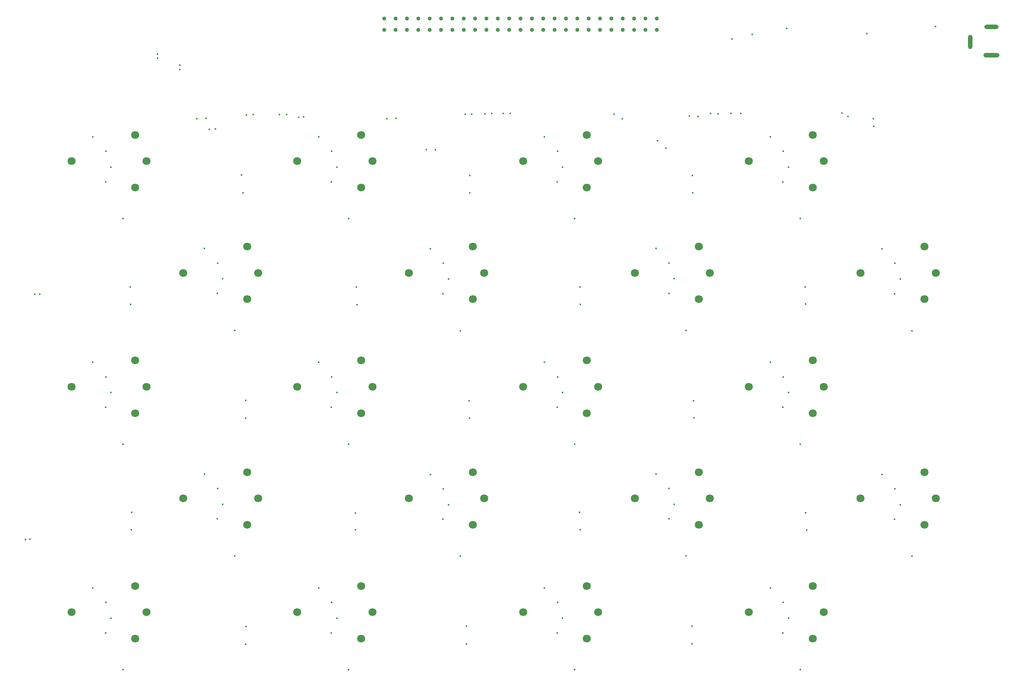
<source format=gbr>
%TF.GenerationSoftware,KiCad,Pcbnew,7.0.2*%
%TF.CreationDate,2023-08-30T10:53:37+01:00*%
%TF.ProjectId,Air quality project,41697220-7175-4616-9c69-74792070726f,rev?*%
%TF.SameCoordinates,Original*%
%TF.FileFunction,Plated,1,2,PTH,Mixed*%
%TF.FilePolarity,Positive*%
%FSLAX46Y46*%
G04 Gerber Fmt 4.6, Leading zero omitted, Abs format (unit mm)*
G04 Created by KiCad (PCBNEW 7.0.2) date 2023-08-30 10:53:37*
%MOMM*%
%LPD*%
G01*
G04 APERTURE LIST*
%TA.AperFunction,ViaDrill*%
%ADD10C,0.400000*%
%TD*%
%TA.AperFunction,ComponentDrill*%
%ADD11C,0.889000*%
%TD*%
G04 aperture for slot hole*
%TA.AperFunction,ComponentDrill*%
%ADD12O,1.000000X3.200000*%
%TD*%
G04 aperture for slot hole*
%TA.AperFunction,ComponentDrill*%
%ADD13O,3.200000X1.000000*%
%TD*%
G04 aperture for slot hole*
%TA.AperFunction,ComponentDrill*%
%ADD14O,3.600000X1.000000*%
%TD*%
%TA.AperFunction,ComponentDrill*%
%ADD15C,1.803400*%
%TD*%
G04 APERTURE END LIST*
D10*
X34680000Y-142700000D03*
X35676995Y-142629240D03*
X36780000Y-87760000D03*
X37920000Y-87770000D03*
X49790000Y-52530000D03*
X49790000Y-103030000D03*
X49790000Y-153530000D03*
X52650000Y-62580000D03*
X52650000Y-113080000D03*
X52650000Y-163580000D03*
X52720000Y-55770000D03*
X52720000Y-106270000D03*
X52720000Y-156770000D03*
X53865048Y-59315048D03*
X53865048Y-109815048D03*
X53865048Y-160315048D03*
X56526000Y-70866000D03*
X56526000Y-121366000D03*
X56526000Y-171866000D03*
X58170000Y-86120000D03*
X58250000Y-90050000D03*
X58430000Y-140547652D03*
X58470000Y-136617652D03*
X64207681Y-33960574D03*
X64220000Y-34960000D03*
X69280000Y-36460000D03*
X69280000Y-37459503D03*
X73090000Y-48440000D03*
X74744695Y-77537652D03*
X74744695Y-128037652D03*
X75080000Y-48420000D03*
X75820000Y-50830000D03*
X77160000Y-50790000D03*
X77604695Y-87587652D03*
X77604695Y-138087652D03*
X77674695Y-80777652D03*
X77674695Y-131277652D03*
X78819743Y-84322700D03*
X78819743Y-134822700D03*
X81480695Y-95873652D03*
X81480695Y-146373652D03*
X83080500Y-61110000D03*
X83360000Y-65040000D03*
X83990000Y-111550000D03*
X83990000Y-115510000D03*
X83990000Y-166150000D03*
X84060000Y-162150000D03*
X84120000Y-47610000D03*
X85710000Y-47530000D03*
X91480000Y-47540000D03*
X93160000Y-47560000D03*
X95810000Y-48100000D03*
X96904808Y-48029790D03*
X100290000Y-52530000D03*
X100290000Y-103030000D03*
X100290000Y-153530000D03*
X103150000Y-62580000D03*
X103150000Y-113080000D03*
X103150000Y-163580000D03*
X103220000Y-55770000D03*
X103220000Y-106270000D03*
X103220000Y-156770000D03*
X104365048Y-59315048D03*
X104365048Y-109815048D03*
X104365048Y-160315048D03*
X107026000Y-70866000D03*
X107026000Y-121366000D03*
X107026000Y-171866000D03*
X108560000Y-136780000D03*
X108570000Y-140550000D03*
X108670000Y-86150000D03*
X108830000Y-90120000D03*
X115570000Y-48500000D03*
X117570000Y-48420000D03*
X124320000Y-55410000D03*
X125259695Y-77605000D03*
X125259695Y-128105000D03*
X126400000Y-55410000D03*
X128119695Y-87655000D03*
X128119695Y-138155000D03*
X128189695Y-80845000D03*
X128189695Y-131345000D03*
X129334743Y-84390048D03*
X129334743Y-134890048D03*
X131995695Y-95941000D03*
X131995695Y-146441000D03*
X133100000Y-47470000D03*
X133300000Y-166040000D03*
X133320000Y-162110000D03*
X133920000Y-111610000D03*
X134030000Y-115540000D03*
X134090000Y-61140000D03*
X134130000Y-65100000D03*
X134510000Y-47450000D03*
X137520000Y-47370000D03*
X139040000Y-47300000D03*
X141590000Y-47270000D03*
X143160000Y-47270000D03*
X150790000Y-52530000D03*
X150790000Y-103030000D03*
X150790000Y-153530000D03*
X153650000Y-62580000D03*
X153650000Y-113080000D03*
X153650000Y-163580000D03*
X153720000Y-55770000D03*
X153720000Y-106270000D03*
X153720000Y-156770000D03*
X154865048Y-59315048D03*
X154865048Y-109815048D03*
X154865048Y-160315048D03*
X157526000Y-70866000D03*
X157526000Y-121366000D03*
X157526000Y-171866000D03*
X158620000Y-136600000D03*
X158740000Y-86140000D03*
X158800000Y-140550000D03*
X158810000Y-90030000D03*
X166320000Y-47460000D03*
X168230000Y-48460000D03*
X175744695Y-77537652D03*
X175744695Y-128037652D03*
X176120000Y-53400000D03*
X177970000Y-55120000D03*
X178604695Y-87587652D03*
X178604695Y-138087652D03*
X178674695Y-80777652D03*
X178674695Y-131277652D03*
X179819743Y-84322700D03*
X179819743Y-134822700D03*
X182480695Y-95873652D03*
X182480695Y-146373652D03*
X183230000Y-47920000D03*
X183770000Y-162110000D03*
X183830000Y-166060000D03*
X183920000Y-61150000D03*
X183950000Y-65070000D03*
X184110000Y-111610000D03*
X184240000Y-115480000D03*
X185150000Y-47990000D03*
X187930000Y-47330000D03*
X189630000Y-47360000D03*
X192510000Y-47290000D03*
X192810000Y-30600000D03*
X194700000Y-47290000D03*
X197220000Y-29630000D03*
X201290000Y-52530000D03*
X201290000Y-103030000D03*
X201290000Y-153530000D03*
X204150000Y-62580000D03*
X204150000Y-113080000D03*
X204150000Y-163580000D03*
X204220000Y-55770000D03*
X204220000Y-106270000D03*
X204220000Y-156770000D03*
X204970000Y-28210000D03*
X205365048Y-59315048D03*
X205365048Y-109815048D03*
X205365048Y-160315048D03*
X208026000Y-70866000D03*
X208026000Y-121366000D03*
X208026000Y-171866000D03*
X209125000Y-86185000D03*
X209210000Y-89960000D03*
X209230000Y-136690000D03*
X209425000Y-140615000D03*
X217330000Y-47200000D03*
X218710000Y-47960000D03*
X222950000Y-29430000D03*
X224390000Y-48480000D03*
X224405000Y-50175000D03*
X226259695Y-77605000D03*
X226259695Y-128105000D03*
X229119695Y-87655000D03*
X229119695Y-138155000D03*
X229189695Y-80845000D03*
X229189695Y-131345000D03*
X230334743Y-84390048D03*
X230334743Y-134890048D03*
X232995695Y-95941000D03*
X232995695Y-146441000D03*
X238220000Y-27780000D03*
D11*
%TO.C,J2*%
X115000000Y-26000000D03*
X115000000Y-28540000D03*
X117540000Y-26000000D03*
X117540000Y-28540000D03*
X120080000Y-26000000D03*
X120080000Y-28540000D03*
X122620000Y-26000000D03*
X122620000Y-28540000D03*
X125160000Y-26000000D03*
X125160000Y-28540000D03*
X127700000Y-26000000D03*
X127700000Y-28540000D03*
X130240000Y-26000000D03*
X130240000Y-28540000D03*
X132780000Y-26000000D03*
X132780000Y-28540000D03*
X135320000Y-26000000D03*
X135320000Y-28540000D03*
X137860000Y-26000000D03*
X137860000Y-28540000D03*
X140400000Y-26000000D03*
X140400000Y-28540000D03*
X142940000Y-26000000D03*
X142940000Y-28540000D03*
X145480000Y-26000000D03*
X145480000Y-28540000D03*
X148020000Y-26000000D03*
X148020000Y-28540000D03*
X150560000Y-26000000D03*
X150560000Y-28540000D03*
X153100000Y-26000000D03*
X153100000Y-28540000D03*
X155640000Y-26000000D03*
X155640000Y-28540000D03*
X158180000Y-26000000D03*
X158180000Y-28540000D03*
X160720000Y-26000000D03*
X160720000Y-28540000D03*
X163260000Y-26000000D03*
X163260000Y-28540000D03*
X165800000Y-26000000D03*
X165800000Y-28540000D03*
X168340000Y-26000000D03*
X168340000Y-28540000D03*
X170880000Y-26000000D03*
X170880000Y-28540000D03*
X173420000Y-26000000D03*
X173420000Y-28540000D03*
X175960000Y-26000000D03*
X175960000Y-28540000D03*
D12*
%TO.C,J1*%
X246000000Y-31310000D03*
D13*
X250800000Y-27910000D03*
D14*
X250800000Y-34210000D03*
D15*
%TO.C,P1*%
X45000000Y-58000001D03*
%TO.C,P2*%
X45000000Y-108500001D03*
%TO.C,P3*%
X45000000Y-159000001D03*
%TO.C,P1*%
X59280000Y-52100001D03*
X59280000Y-63900001D03*
%TO.C,P2*%
X59280000Y-102600001D03*
X59280000Y-114400001D03*
%TO.C,P3*%
X59280000Y-153100001D03*
X59280000Y-164900001D03*
%TO.C,P1*%
X61800000Y-58000001D03*
%TO.C,P2*%
X61800000Y-108500001D03*
%TO.C,P3*%
X61800000Y-159000001D03*
%TO.C,P4*%
X70000000Y-83000001D03*
%TO.C,P5*%
X70000000Y-133500001D03*
%TO.C,P4*%
X84280000Y-77100001D03*
X84280000Y-88900001D03*
%TO.C,P5*%
X84280000Y-127600001D03*
X84280000Y-139400001D03*
%TO.C,P4*%
X86800000Y-83000001D03*
%TO.C,P5*%
X86800000Y-133500001D03*
%TO.C,P6*%
X95500000Y-58000001D03*
%TO.C,P7*%
X95500000Y-108500001D03*
%TO.C,P8*%
X95500000Y-159000001D03*
%TO.C,P6*%
X109780000Y-52100001D03*
X109780000Y-63900001D03*
%TO.C,P7*%
X109780000Y-102600001D03*
X109780000Y-114400001D03*
%TO.C,P8*%
X109780000Y-153100001D03*
X109780000Y-164900001D03*
%TO.C,P6*%
X112300000Y-58000001D03*
%TO.C,P7*%
X112300000Y-108500001D03*
%TO.C,P8*%
X112300000Y-159000001D03*
%TO.C,P9*%
X120500000Y-83000001D03*
%TO.C,P10*%
X120500000Y-133500001D03*
%TO.C,P9*%
X134780000Y-77100001D03*
X134780000Y-88900001D03*
%TO.C,P10*%
X134780000Y-127600001D03*
X134780000Y-139400001D03*
%TO.C,P9*%
X137300000Y-83000001D03*
%TO.C,P10*%
X137300000Y-133500001D03*
%TO.C,P11*%
X146000000Y-58000001D03*
%TO.C,P12*%
X146000000Y-108500001D03*
%TO.C,P13*%
X146000000Y-159000001D03*
%TO.C,P11*%
X160280000Y-52100001D03*
X160280000Y-63900001D03*
%TO.C,P12*%
X160280000Y-102600001D03*
X160280000Y-114400001D03*
%TO.C,P13*%
X160280000Y-153100001D03*
X160280000Y-164900001D03*
%TO.C,P11*%
X162800000Y-58000001D03*
%TO.C,P12*%
X162800000Y-108500001D03*
%TO.C,P13*%
X162800000Y-159000001D03*
%TO.C,P14*%
X171000000Y-83000001D03*
%TO.C,P15*%
X171000000Y-133500001D03*
%TO.C,P14*%
X185280000Y-77100001D03*
X185280000Y-88900001D03*
%TO.C,P15*%
X185280000Y-127600001D03*
X185280000Y-139400001D03*
%TO.C,P14*%
X187800000Y-83000001D03*
%TO.C,P15*%
X187800000Y-133500001D03*
%TO.C,P16*%
X196500000Y-58000001D03*
%TO.C,P17*%
X196500000Y-108500001D03*
%TO.C,P18*%
X196500000Y-159000001D03*
%TO.C,P16*%
X210780000Y-52100001D03*
X210780000Y-63900001D03*
%TO.C,P17*%
X210780000Y-102600001D03*
X210780000Y-114400001D03*
%TO.C,P18*%
X210780000Y-153100001D03*
X210780000Y-164900001D03*
%TO.C,P16*%
X213300000Y-58000001D03*
%TO.C,P17*%
X213300000Y-108500001D03*
%TO.C,P18*%
X213300000Y-159000001D03*
%TO.C,P19*%
X221500000Y-83000001D03*
%TO.C,P20*%
X221500000Y-133500001D03*
%TO.C,P19*%
X235780000Y-77100001D03*
X235780000Y-88900001D03*
%TO.C,P20*%
X235780000Y-127600001D03*
X235780000Y-139400001D03*
%TO.C,P19*%
X238300000Y-83000001D03*
%TO.C,P20*%
X238300000Y-133500001D03*
M02*

</source>
